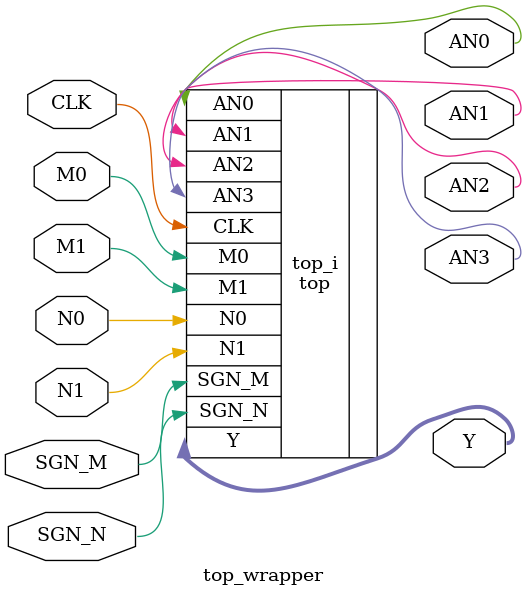
<source format=v>
`timescale 1 ps / 1 ps

module top_wrapper
   (AN0,
    AN1,
    AN2,
    AN3,
    CLK,
    M0,
    M1,
    N0,
    N1,
    SGN_M,
    SGN_N,
    Y);
  output AN0;
  output AN1;
  output AN2;
  output AN3;
  input CLK;
  input M0;
  input M1;
  input N0;
  input N1;
  input SGN_M;
  input SGN_N;
  output [3:0]Y;

  wire AN0;
  wire AN1;
  wire AN2;
  wire AN3;
  wire CLK;
  wire M0;
  wire M1;
  wire N0;
  wire N1;
  wire SGN_M;
  wire SGN_N;
  wire [3:0]Y;

  top top_i
       (.AN0(AN0),
        .AN1(AN1),
        .AN2(AN2),
        .AN3(AN3),
        .CLK(CLK),
        .M0(M0),
        .M1(M1),
        .N0(N0),
        .N1(N1),
        .SGN_M(SGN_M),
        .SGN_N(SGN_N),
        .Y(Y));
endmodule

</source>
